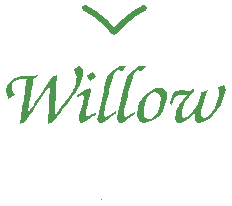
<source format=gbr>
%TF.GenerationSoftware,KiCad,Pcbnew,8.0.9-8.0.9-0~ubuntu20.04.1*%
%TF.CreationDate,2025-06-12T23:45:12+01:00*%
%TF.ProjectId,nfc-pcb-tag,6e66632d-7063-4622-9d74-61672e6b6963,rev?*%
%TF.SameCoordinates,Original*%
%TF.FileFunction,Legend,Top*%
%TF.FilePolarity,Positive*%
%FSLAX46Y46*%
G04 Gerber Fmt 4.6, Leading zero omitted, Abs format (unit mm)*
G04 Created by KiCad (PCBNEW 8.0.9-8.0.9-0~ubuntu20.04.1) date 2025-06-12 23:45:12*
%MOMM*%
%LPD*%
G01*
G04 APERTURE LIST*
%ADD10C,0.550000*%
%ADD11C,0.150000*%
%ADD12C,0.100000*%
G04 APERTURE END LIST*
D10*
X71611721Y-31888279D02*
X72500000Y-32750000D01*
X73388279Y-31888279D02*
G75*
G02*
X74999991Y-30749983I4111721J-4111621D01*
G01*
X70000000Y-30750001D02*
G75*
G02*
X71611720Y-31888280I-2500000J-5249999D01*
G01*
X73388279Y-31888279D02*
X72500000Y-32750000D01*
D11*
G36*
X64468771Y-40540439D02*
G01*
X64924284Y-40400000D01*
X65109008Y-40134643D01*
X65278706Y-39890579D01*
X65435070Y-39665317D01*
X65579790Y-39456363D01*
X65778736Y-39168063D01*
X65960992Y-38902441D01*
X66132264Y-38651087D01*
X66298258Y-38405592D01*
X66464678Y-38157545D01*
X66637230Y-37898536D01*
X66821619Y-37620155D01*
X67023552Y-37313991D01*
X67018162Y-37572306D01*
X67009805Y-37868660D01*
X66998859Y-38193048D01*
X66985706Y-38535465D01*
X66970725Y-38885909D01*
X66954297Y-39234374D01*
X66936803Y-39570857D01*
X66918623Y-39885353D01*
X66900136Y-40167859D01*
X66875669Y-40477478D01*
X66869679Y-40540439D01*
X67317864Y-40393893D01*
X67457472Y-40183037D01*
X67604645Y-39973320D01*
X67759092Y-39769390D01*
X67936428Y-39545538D01*
X68088450Y-39357083D01*
X68327663Y-39062058D01*
X68546995Y-38785373D01*
X68747061Y-38525990D01*
X68928474Y-38282872D01*
X69091848Y-38054981D01*
X69237797Y-37841279D01*
X69425389Y-37545062D01*
X69577225Y-37274935D01*
X69695375Y-37027396D01*
X69781912Y-36798944D01*
X69851695Y-36517979D01*
X69873866Y-36256420D01*
X69850205Y-36009582D01*
X69768841Y-35794801D01*
X69542256Y-35698997D01*
X69487962Y-35682449D01*
X69268885Y-35796626D01*
X69071643Y-35942853D01*
X69039776Y-35969434D01*
X69194588Y-36170984D01*
X69281041Y-36413918D01*
X69298674Y-36633775D01*
X69277799Y-36880727D01*
X69215020Y-37149433D01*
X69125536Y-37402934D01*
X69023045Y-37634244D01*
X68962840Y-37754849D01*
X68823551Y-38006339D01*
X68661901Y-38264240D01*
X68510471Y-38483574D01*
X68334425Y-38721404D01*
X68183482Y-38915765D01*
X68014185Y-39126826D01*
X67824602Y-39357289D01*
X67612802Y-39609850D01*
X67458304Y-39791835D01*
X67474181Y-39545520D01*
X67489687Y-39287313D01*
X67493719Y-39175122D01*
X67535240Y-38188381D01*
X67546628Y-37925849D01*
X67558854Y-37667213D01*
X67574041Y-37379533D01*
X67590494Y-37093848D01*
X67607026Y-36821497D01*
X67627236Y-36499637D01*
X67632937Y-36410293D01*
X67227494Y-36571493D01*
X67067735Y-36830681D01*
X66904034Y-37086029D01*
X66711442Y-37380705D01*
X66570872Y-37593263D01*
X66423276Y-37814686D01*
X66270978Y-38041530D01*
X66116305Y-38270348D01*
X65961582Y-38497696D01*
X65809134Y-38720128D01*
X65661287Y-38934199D01*
X65520367Y-39136463D01*
X65327061Y-39410185D01*
X65162421Y-39637962D01*
X65199847Y-39382711D01*
X65252085Y-39055920D01*
X65298874Y-38775663D01*
X65350544Y-38474450D01*
X65405615Y-38160546D01*
X65462608Y-37842216D01*
X65520044Y-37527727D01*
X65576443Y-37225342D01*
X65630327Y-36943329D01*
X65680216Y-36689951D01*
X65909134Y-36579576D01*
X66044138Y-36466468D01*
X65694600Y-36469973D01*
X65405108Y-36473252D01*
X65100207Y-36478108D01*
X64825657Y-36486567D01*
X64581122Y-36506873D01*
X64350314Y-36564166D01*
X64084177Y-36676439D01*
X63852974Y-36825653D01*
X63660870Y-37006889D01*
X63512029Y-37215225D01*
X63410615Y-37445745D01*
X63360795Y-37693526D01*
X63356245Y-37796371D01*
X63380266Y-38046951D01*
X63462018Y-38294758D01*
X63530879Y-38426517D01*
X64056001Y-38098011D01*
X63927791Y-37874778D01*
X63844780Y-37625475D01*
X63825191Y-37411688D01*
X63865382Y-37161500D01*
X63999538Y-36950792D01*
X64223307Y-36815736D01*
X64478700Y-36758067D01*
X64724956Y-36740743D01*
X64993330Y-36733948D01*
X65085485Y-36732693D01*
X65046117Y-37003681D01*
X65008853Y-37261784D01*
X64968866Y-37522932D01*
X64937718Y-37712107D01*
X64889756Y-38002417D01*
X64845630Y-38269742D01*
X64805225Y-38514737D01*
X64751344Y-38841800D01*
X64705191Y-39122316D01*
X64655007Y-39427760D01*
X64609235Y-39706739D01*
X64568920Y-39952005D01*
X64566468Y-39966468D01*
X64468771Y-40540439D01*
G37*
G36*
X70683531Y-36073237D02*
G01*
X70478202Y-36234109D01*
X70275632Y-36385924D01*
X70201151Y-36437159D01*
X70302763Y-36668171D01*
X70439565Y-36887168D01*
X70467376Y-36928087D01*
X70656380Y-36759849D01*
X70860100Y-36596698D01*
X70921667Y-36549511D01*
X70831298Y-36388311D01*
X70726273Y-36164829D01*
X70683531Y-36073237D01*
G37*
G36*
X70949755Y-39575680D02*
G01*
X70831298Y-39637962D01*
X70598870Y-39764658D01*
X70373892Y-39880320D01*
X70180390Y-39939602D01*
X70054605Y-39742986D01*
X70089211Y-39498122D01*
X70151978Y-39236373D01*
X70226395Y-38936557D01*
X70285415Y-38700069D01*
X70351617Y-38427721D01*
X70420860Y-38142366D01*
X70481105Y-37892193D01*
X70536411Y-37649414D01*
X70544312Y-37578995D01*
X70460048Y-37508164D01*
X70209253Y-37601866D01*
X69964858Y-37736948D01*
X69751992Y-37866228D01*
X69510728Y-38020776D01*
X69353628Y-38124877D01*
X69340195Y-38321493D01*
X69567005Y-38199354D01*
X69790760Y-38091853D01*
X69850662Y-38083356D01*
X69934926Y-38201814D01*
X69895094Y-38459795D01*
X69827861Y-38726352D01*
X69809141Y-38797766D01*
X69724828Y-39109565D01*
X69656272Y-39364017D01*
X69586559Y-39626050D01*
X69520629Y-39886937D01*
X69480057Y-40136057D01*
X69479413Y-40198499D01*
X69548464Y-40434108D01*
X69647941Y-40478157D01*
X69893100Y-40403205D01*
X70108399Y-40285316D01*
X70326936Y-40149651D01*
X70539084Y-40014440D01*
X70726273Y-39890753D01*
X70921667Y-39771074D01*
X70949755Y-39575680D01*
G37*
G36*
X72602058Y-39503628D02*
G01*
X72389598Y-39628505D01*
X72181281Y-39758760D01*
X72153873Y-39775959D01*
X71932607Y-39902206D01*
X71755757Y-39957920D01*
X71629972Y-39775959D01*
X71629972Y-39712456D01*
X71629972Y-39650174D01*
X71671316Y-39407510D01*
X71726583Y-39148732D01*
X71799424Y-38826069D01*
X71862971Y-38553442D01*
X71932120Y-38263364D01*
X72005037Y-37963753D01*
X72079886Y-37662533D01*
X72154831Y-37367624D01*
X72203942Y-37178436D01*
X72275402Y-36910671D01*
X72357424Y-36621979D01*
X72446108Y-36357809D01*
X72563009Y-36135808D01*
X72792571Y-36024765D01*
X72847522Y-36023168D01*
X73092881Y-36049978D01*
X73190683Y-36073237D01*
X73491102Y-35701988D01*
X73246382Y-35660944D01*
X73176029Y-35659246D01*
X72926394Y-35693033D01*
X72679040Y-35806471D01*
X72459808Y-35966741D01*
X72337055Y-36073237D01*
X72145000Y-36252164D01*
X71980726Y-36451758D01*
X71869221Y-36686304D01*
X71860781Y-36709490D01*
X71785010Y-36964070D01*
X71715631Y-37216650D01*
X71645771Y-37483320D01*
X71586780Y-37722817D01*
X71579902Y-37752407D01*
X71076762Y-39944487D01*
X71062107Y-40070272D01*
X71112765Y-40317979D01*
X71282477Y-40497087D01*
X71292917Y-40497697D01*
X71335659Y-40497697D01*
X71356420Y-40497697D01*
X71594424Y-40372784D01*
X71836362Y-40205949D01*
X72061678Y-40046071D01*
X72269039Y-39897465D01*
X72512432Y-39722181D01*
X72602058Y-39657501D01*
X72602058Y-39503628D01*
G37*
G36*
X74282449Y-39503628D02*
G01*
X74069989Y-39628505D01*
X73861672Y-39758760D01*
X73834263Y-39775959D01*
X73612998Y-39902206D01*
X73436147Y-39957920D01*
X73310362Y-39775959D01*
X73310362Y-39712456D01*
X73310362Y-39650174D01*
X73351707Y-39407510D01*
X73406974Y-39148732D01*
X73479815Y-38826069D01*
X73543362Y-38553442D01*
X73612511Y-38263364D01*
X73685428Y-37963753D01*
X73760277Y-37662533D01*
X73835222Y-37367624D01*
X73884333Y-37178436D01*
X73955793Y-36910671D01*
X74037815Y-36621979D01*
X74126498Y-36357809D01*
X74243399Y-36135808D01*
X74472962Y-36024765D01*
X74527913Y-36023168D01*
X74773272Y-36049978D01*
X74871074Y-36073237D01*
X75171493Y-35701988D01*
X74926773Y-35660944D01*
X74856420Y-35659246D01*
X74606785Y-35693033D01*
X74359431Y-35806471D01*
X74140199Y-35966741D01*
X74017445Y-36073237D01*
X73825390Y-36252164D01*
X73661117Y-36451758D01*
X73549612Y-36686304D01*
X73541172Y-36709490D01*
X73465401Y-36964070D01*
X73396022Y-37216650D01*
X73326162Y-37483320D01*
X73267171Y-37722817D01*
X73260293Y-37752407D01*
X72757152Y-39944487D01*
X72742498Y-40070272D01*
X72793156Y-40317979D01*
X72962868Y-40497087D01*
X72973307Y-40497697D01*
X73016050Y-40497697D01*
X73036810Y-40497697D01*
X73274815Y-40372784D01*
X73516753Y-40205949D01*
X73742068Y-40046071D01*
X73949430Y-39897465D01*
X74192823Y-39722181D01*
X74282449Y-39657501D01*
X74282449Y-39503628D01*
G37*
G36*
X76522774Y-37535228D02*
G01*
X76759677Y-37667806D01*
X76910655Y-37892503D01*
X76956908Y-38152965D01*
X76956259Y-38198881D01*
X76934441Y-38443055D01*
X76884481Y-38703105D01*
X76810210Y-38967515D01*
X76715456Y-39224770D01*
X76604048Y-39463353D01*
X76453768Y-39708792D01*
X76371282Y-39800941D01*
X76183574Y-39961736D01*
X75959040Y-40115279D01*
X75746685Y-40241242D01*
X75529614Y-40348842D01*
X75281522Y-40441809D01*
X75032274Y-40478157D01*
X74780437Y-40429042D01*
X74569046Y-40266256D01*
X74455975Y-40038901D01*
X74422889Y-39785729D01*
X74426536Y-39654069D01*
X74444102Y-39491416D01*
X74962665Y-39491416D01*
X74971044Y-39634353D01*
X75035373Y-39875176D01*
X75195680Y-40077417D01*
X75431612Y-40149651D01*
X75627998Y-40109446D01*
X75838373Y-39970913D01*
X76012437Y-39768510D01*
X76152128Y-39532937D01*
X76252275Y-39306388D01*
X76339663Y-39048128D01*
X76395766Y-38797038D01*
X76418353Y-38531542D01*
X76413804Y-38415665D01*
X76359224Y-38152170D01*
X76212055Y-37928001D01*
X75962840Y-37837892D01*
X75870906Y-37847526D01*
X75644050Y-37949430D01*
X75431175Y-38146625D01*
X75279112Y-38359656D01*
X75150005Y-38610811D01*
X75050078Y-38889930D01*
X74985556Y-39186852D01*
X74962665Y-39491416D01*
X74444102Y-39491416D01*
X74454920Y-39391244D01*
X74509642Y-39133192D01*
X74588572Y-38884849D01*
X74689577Y-38651154D01*
X74810524Y-38437044D01*
X74986504Y-38204469D01*
X75186147Y-38019853D01*
X75342198Y-37909510D01*
X75577271Y-37764808D01*
X75806372Y-37648604D01*
X76055345Y-37554333D01*
X76326762Y-37508164D01*
X76522774Y-37535228D01*
G37*
G36*
X77341591Y-38925994D02*
G01*
X77432957Y-38690952D01*
X77531065Y-38457868D01*
X77557746Y-38408199D01*
X77715989Y-38221307D01*
X77955396Y-38142201D01*
X77971737Y-38141974D01*
X78202547Y-38149302D01*
X78384508Y-38135868D01*
X78633179Y-38106147D01*
X78705687Y-38079692D01*
X78517258Y-38296157D01*
X78338834Y-38502460D01*
X78175666Y-38695718D01*
X78082868Y-38817306D01*
X77944000Y-39044302D01*
X77828702Y-39281909D01*
X77739680Y-39522445D01*
X77672638Y-39796529D01*
X77649337Y-40051953D01*
X77709808Y-40297360D01*
X77908880Y-40460383D01*
X78026692Y-40478157D01*
X78274420Y-40435252D01*
X78503397Y-40327720D01*
X78709597Y-40185822D01*
X78932736Y-39994449D01*
X79125302Y-39804508D01*
X79331897Y-39580812D01*
X79385903Y-39519504D01*
X79314406Y-39770696D01*
X79282186Y-40013480D01*
X79280879Y-40080041D01*
X79335554Y-40319781D01*
X79551561Y-40468035D01*
X79658234Y-40478157D01*
X79917626Y-40435043D01*
X80193693Y-40313309D01*
X80477223Y-40124366D01*
X80665838Y-39966700D01*
X80850946Y-39787616D01*
X81029816Y-39590494D01*
X81199718Y-39378716D01*
X81357923Y-39155663D01*
X81501700Y-38924715D01*
X81628320Y-38689254D01*
X81735053Y-38452661D01*
X81819169Y-38218316D01*
X81896965Y-37878411D01*
X81912595Y-37664480D01*
X81864117Y-37418378D01*
X81737962Y-37279797D01*
X81494892Y-37354501D01*
X81270184Y-37451469D01*
X81247034Y-37461758D01*
X81319391Y-37701574D01*
X81338625Y-37951465D01*
X81320617Y-38218918D01*
X81268236Y-38497061D01*
X81200104Y-38731717D01*
X81111238Y-38964450D01*
X81003064Y-39191011D01*
X80877006Y-39407152D01*
X80726141Y-39609830D01*
X80536461Y-39812739D01*
X80345718Y-39966955D01*
X80121998Y-40072454D01*
X80057571Y-40080041D01*
X79850130Y-39933060D01*
X79819434Y-39757641D01*
X79842027Y-39506281D01*
X79898441Y-39248469D01*
X79980020Y-38957061D01*
X80072418Y-38657699D01*
X80159647Y-38387017D01*
X80263750Y-38071397D01*
X80343193Y-37833629D01*
X80386078Y-37706001D01*
X80150994Y-37779884D01*
X79913489Y-37842341D01*
X79868283Y-37853768D01*
X79793467Y-38105943D01*
X79714410Y-38364235D01*
X79630328Y-38625477D01*
X79542378Y-38877143D01*
X79435957Y-39117401D01*
X79357815Y-39253279D01*
X79195632Y-39477772D01*
X79004710Y-39682913D01*
X78801907Y-39854501D01*
X78572774Y-39993337D01*
X78377180Y-40044626D01*
X78200810Y-39864821D01*
X78187892Y-39731995D01*
X78209645Y-39487810D01*
X78272156Y-39221070D01*
X78357047Y-38978441D01*
X78467227Y-38735473D01*
X78502965Y-38667096D01*
X78631708Y-38454052D01*
X78780028Y-38252342D01*
X78943419Y-38063092D01*
X79120340Y-37876448D01*
X79224703Y-37770725D01*
X79224703Y-37701116D01*
X79217376Y-37644940D01*
X79140439Y-37644940D01*
X78913670Y-37740842D01*
X78853454Y-37742637D01*
X78600165Y-37740671D01*
X78354390Y-37736674D01*
X78098619Y-37730562D01*
X78054780Y-37729204D01*
X77866713Y-37742637D01*
X77628576Y-37813468D01*
X77496255Y-38022167D01*
X77393731Y-38259760D01*
X77295898Y-38530366D01*
X77221912Y-38758688D01*
X77341591Y-38925994D01*
G37*
D12*
%TO.C,D1*%
X71460000Y-47000000D02*
G75*
G02*
X71360002Y-47000000I-49999J0D01*
G01*
X71360002Y-47000000D02*
G75*
G02*
X71460000Y-47000000I49999J0D01*
G01*
%TD*%
M02*

</source>
